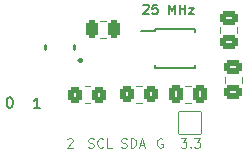
<source format=gbr>
%TF.GenerationSoftware,KiCad,Pcbnew,9.0.3*%
%TF.CreationDate,2025-07-23T07:55:48+05:30*%
%TF.ProjectId,Adafruit Si5351A,41646166-7275-4697-9420-536935333531,rev?*%
%TF.SameCoordinates,Original*%
%TF.FileFunction,Legend,Top*%
%TF.FilePolarity,Positive*%
%FSLAX46Y46*%
G04 Gerber Fmt 4.6, Leading zero omitted, Abs format (unit mm)*
G04 Created by KiCad (PCBNEW 9.0.3) date 2025-07-23 07:55:48*
%MOMM*%
%LPD*%
G01*
G04 APERTURE LIST*
G04 Aperture macros list*
%AMRoundRect*
0 Rectangle with rounded corners*
0 $1 Rounding radius*
0 $2 $3 $4 $5 $6 $7 $8 $9 X,Y pos of 4 corners*
0 Add a 4 corners polygon primitive as box body*
4,1,4,$2,$3,$4,$5,$6,$7,$8,$9,$2,$3,0*
0 Add four circle primitives for the rounded corners*
1,1,$1+$1,$2,$3*
1,1,$1+$1,$4,$5*
1,1,$1+$1,$6,$7*
1,1,$1+$1,$8,$9*
0 Add four rect primitives between the rounded corners*
20,1,$1+$1,$2,$3,$4,$5,0*
20,1,$1+$1,$4,$5,$6,$7,0*
20,1,$1+$1,$6,$7,$8,$9,0*
20,1,$1+$1,$8,$9,$2,$3,0*%
G04 Aperture macros list end*
%ADD10C,0.120000*%
%ADD11C,0.152400*%
%ADD12C,0.160000*%
%ADD13C,0.250000*%
%ADD14C,0.150000*%
%ADD15RoundRect,0.250000X-0.475000X0.337500X-0.475000X-0.337500X0.475000X-0.337500X0.475000X0.337500X0*%
%ADD16RoundRect,0.250000X-0.350000X-0.450000X0.350000X-0.450000X0.350000X0.450000X-0.350000X0.450000X0*%
%ADD17RoundRect,0.250000X0.350000X0.450000X-0.350000X0.450000X-0.350000X-0.450000X0.350000X-0.450000X0*%
%ADD18RoundRect,0.050800X-0.965200X0.965200X-0.965200X-0.965200X0.965200X-0.965200X0.965200X0.965200X0*%
%ADD19C,2.032000*%
%ADD20RoundRect,0.250000X-0.337500X-0.475000X0.337500X-0.475000X0.337500X0.475000X-0.337500X0.475000X0*%
%ADD21RoundRect,0.250000X0.475000X-0.337500X0.475000X0.337500X-0.475000X0.337500X-0.475000X-0.337500X0*%
%ADD22R,1.200000X1.400000*%
%ADD23RoundRect,0.250000X-0.250000X-0.475000X0.250000X-0.475000X0.250000X0.475000X-0.250000X0.475000X0*%
%ADD24R,1.400000X0.300000*%
G04 APERTURE END LIST*
D10*
X14309523Y-15001950D02*
X14233333Y-14963855D01*
X14233333Y-14963855D02*
X14119047Y-14963855D01*
X14119047Y-14963855D02*
X14004761Y-15001950D01*
X14004761Y-15001950D02*
X13928571Y-15078140D01*
X13928571Y-15078140D02*
X13890476Y-15154331D01*
X13890476Y-15154331D02*
X13852380Y-15306712D01*
X13852380Y-15306712D02*
X13852380Y-15420998D01*
X13852380Y-15420998D02*
X13890476Y-15573379D01*
X13890476Y-15573379D02*
X13928571Y-15649569D01*
X13928571Y-15649569D02*
X14004761Y-15725760D01*
X14004761Y-15725760D02*
X14119047Y-15763855D01*
X14119047Y-15763855D02*
X14195238Y-15763855D01*
X14195238Y-15763855D02*
X14309523Y-15725760D01*
X14309523Y-15725760D02*
X14347619Y-15687664D01*
X14347619Y-15687664D02*
X14347619Y-15420998D01*
X14347619Y-15420998D02*
X14195238Y-15420998D01*
D11*
X1353963Y-11514409D02*
X1436210Y-11514409D01*
X1436210Y-11514409D02*
X1518458Y-11555533D01*
X1518458Y-11555533D02*
X1559582Y-11596657D01*
X1559582Y-11596657D02*
X1600706Y-11678905D01*
X1600706Y-11678905D02*
X1641829Y-11843400D01*
X1641829Y-11843400D02*
X1641829Y-12049019D01*
X1641829Y-12049019D02*
X1600706Y-12213514D01*
X1600706Y-12213514D02*
X1559582Y-12295762D01*
X1559582Y-12295762D02*
X1518458Y-12336886D01*
X1518458Y-12336886D02*
X1436210Y-12378009D01*
X1436210Y-12378009D02*
X1353963Y-12378009D01*
X1353963Y-12378009D02*
X1271715Y-12336886D01*
X1271715Y-12336886D02*
X1230591Y-12295762D01*
X1230591Y-12295762D02*
X1189468Y-12213514D01*
X1189468Y-12213514D02*
X1148344Y-12049019D01*
X1148344Y-12049019D02*
X1148344Y-11843400D01*
X1148344Y-11843400D02*
X1189468Y-11678905D01*
X1189468Y-11678905D02*
X1230591Y-11596657D01*
X1230591Y-11596657D02*
X1271715Y-11555533D01*
X1271715Y-11555533D02*
X1353963Y-11514409D01*
D10*
X8047618Y-15725760D02*
X8161904Y-15763855D01*
X8161904Y-15763855D02*
X8352380Y-15763855D01*
X8352380Y-15763855D02*
X8428571Y-15725760D01*
X8428571Y-15725760D02*
X8466666Y-15687664D01*
X8466666Y-15687664D02*
X8504761Y-15611474D01*
X8504761Y-15611474D02*
X8504761Y-15535283D01*
X8504761Y-15535283D02*
X8466666Y-15459093D01*
X8466666Y-15459093D02*
X8428571Y-15420998D01*
X8428571Y-15420998D02*
X8352380Y-15382902D01*
X8352380Y-15382902D02*
X8199999Y-15344807D01*
X8199999Y-15344807D02*
X8123809Y-15306712D01*
X8123809Y-15306712D02*
X8085714Y-15268617D01*
X8085714Y-15268617D02*
X8047618Y-15192426D01*
X8047618Y-15192426D02*
X8047618Y-15116236D01*
X8047618Y-15116236D02*
X8085714Y-15040045D01*
X8085714Y-15040045D02*
X8123809Y-15001950D01*
X8123809Y-15001950D02*
X8199999Y-14963855D01*
X8199999Y-14963855D02*
X8390476Y-14963855D01*
X8390476Y-14963855D02*
X8504761Y-15001950D01*
X9304762Y-15687664D02*
X9266666Y-15725760D01*
X9266666Y-15725760D02*
X9152381Y-15763855D01*
X9152381Y-15763855D02*
X9076190Y-15763855D01*
X9076190Y-15763855D02*
X8961904Y-15725760D01*
X8961904Y-15725760D02*
X8885714Y-15649569D01*
X8885714Y-15649569D02*
X8847619Y-15573379D01*
X8847619Y-15573379D02*
X8809523Y-15420998D01*
X8809523Y-15420998D02*
X8809523Y-15306712D01*
X8809523Y-15306712D02*
X8847619Y-15154331D01*
X8847619Y-15154331D02*
X8885714Y-15078140D01*
X8885714Y-15078140D02*
X8961904Y-15001950D01*
X8961904Y-15001950D02*
X9076190Y-14963855D01*
X9076190Y-14963855D02*
X9152381Y-14963855D01*
X9152381Y-14963855D02*
X9266666Y-15001950D01*
X9266666Y-15001950D02*
X9304762Y-15040045D01*
X10028571Y-15763855D02*
X9647619Y-15763855D01*
X9647619Y-15763855D02*
X9647619Y-14963855D01*
X6271428Y-15040045D02*
X6309524Y-15001950D01*
X6309524Y-15001950D02*
X6385714Y-14963855D01*
X6385714Y-14963855D02*
X6576190Y-14963855D01*
X6576190Y-14963855D02*
X6652381Y-15001950D01*
X6652381Y-15001950D02*
X6690476Y-15040045D01*
X6690476Y-15040045D02*
X6728571Y-15116236D01*
X6728571Y-15116236D02*
X6728571Y-15192426D01*
X6728571Y-15192426D02*
X6690476Y-15306712D01*
X6690476Y-15306712D02*
X6233333Y-15763855D01*
X6233333Y-15763855D02*
X6728571Y-15763855D01*
X10828571Y-15725760D02*
X10942857Y-15763855D01*
X10942857Y-15763855D02*
X11133333Y-15763855D01*
X11133333Y-15763855D02*
X11209524Y-15725760D01*
X11209524Y-15725760D02*
X11247619Y-15687664D01*
X11247619Y-15687664D02*
X11285714Y-15611474D01*
X11285714Y-15611474D02*
X11285714Y-15535283D01*
X11285714Y-15535283D02*
X11247619Y-15459093D01*
X11247619Y-15459093D02*
X11209524Y-15420998D01*
X11209524Y-15420998D02*
X11133333Y-15382902D01*
X11133333Y-15382902D02*
X10980952Y-15344807D01*
X10980952Y-15344807D02*
X10904762Y-15306712D01*
X10904762Y-15306712D02*
X10866667Y-15268617D01*
X10866667Y-15268617D02*
X10828571Y-15192426D01*
X10828571Y-15192426D02*
X10828571Y-15116236D01*
X10828571Y-15116236D02*
X10866667Y-15040045D01*
X10866667Y-15040045D02*
X10904762Y-15001950D01*
X10904762Y-15001950D02*
X10980952Y-14963855D01*
X10980952Y-14963855D02*
X11171429Y-14963855D01*
X11171429Y-14963855D02*
X11285714Y-15001950D01*
X11628572Y-15763855D02*
X11628572Y-14963855D01*
X11628572Y-14963855D02*
X11819048Y-14963855D01*
X11819048Y-14963855D02*
X11933334Y-15001950D01*
X11933334Y-15001950D02*
X12009524Y-15078140D01*
X12009524Y-15078140D02*
X12047619Y-15154331D01*
X12047619Y-15154331D02*
X12085715Y-15306712D01*
X12085715Y-15306712D02*
X12085715Y-15420998D01*
X12085715Y-15420998D02*
X12047619Y-15573379D01*
X12047619Y-15573379D02*
X12009524Y-15649569D01*
X12009524Y-15649569D02*
X11933334Y-15725760D01*
X11933334Y-15725760D02*
X11819048Y-15763855D01*
X11819048Y-15763855D02*
X11628572Y-15763855D01*
X12390476Y-15535283D02*
X12771429Y-15535283D01*
X12314286Y-15763855D02*
X12580953Y-14963855D01*
X12580953Y-14963855D02*
X12847619Y-15763855D01*
D11*
X3973429Y-12395809D02*
X3479944Y-12395809D01*
X3726687Y-12395809D02*
X3726687Y-11532209D01*
X3726687Y-11532209D02*
X3644439Y-11655581D01*
X3644439Y-11655581D02*
X3562191Y-11737828D01*
X3562191Y-11737828D02*
X3479944Y-11778952D01*
D10*
X15861904Y-14963855D02*
X16357142Y-14963855D01*
X16357142Y-14963855D02*
X16090476Y-15268617D01*
X16090476Y-15268617D02*
X16204761Y-15268617D01*
X16204761Y-15268617D02*
X16280952Y-15306712D01*
X16280952Y-15306712D02*
X16319047Y-15344807D01*
X16319047Y-15344807D02*
X16357142Y-15420998D01*
X16357142Y-15420998D02*
X16357142Y-15611474D01*
X16357142Y-15611474D02*
X16319047Y-15687664D01*
X16319047Y-15687664D02*
X16280952Y-15725760D01*
X16280952Y-15725760D02*
X16204761Y-15763855D01*
X16204761Y-15763855D02*
X15976190Y-15763855D01*
X15976190Y-15763855D02*
X15899999Y-15725760D01*
X15899999Y-15725760D02*
X15861904Y-15687664D01*
X16700000Y-15687664D02*
X16738095Y-15725760D01*
X16738095Y-15725760D02*
X16700000Y-15763855D01*
X16700000Y-15763855D02*
X16661904Y-15725760D01*
X16661904Y-15725760D02*
X16700000Y-15687664D01*
X16700000Y-15687664D02*
X16700000Y-15763855D01*
X17004761Y-14963855D02*
X17499999Y-14963855D01*
X17499999Y-14963855D02*
X17233333Y-15268617D01*
X17233333Y-15268617D02*
X17347618Y-15268617D01*
X17347618Y-15268617D02*
X17423809Y-15306712D01*
X17423809Y-15306712D02*
X17461904Y-15344807D01*
X17461904Y-15344807D02*
X17499999Y-15420998D01*
X17499999Y-15420998D02*
X17499999Y-15611474D01*
X17499999Y-15611474D02*
X17461904Y-15687664D01*
X17461904Y-15687664D02*
X17423809Y-15725760D01*
X17423809Y-15725760D02*
X17347618Y-15763855D01*
X17347618Y-15763855D02*
X17119047Y-15763855D01*
X17119047Y-15763855D02*
X17042856Y-15725760D01*
X17042856Y-15725760D02*
X17004761Y-15687664D01*
D12*
X12707643Y-3719965D02*
X12745739Y-3681870D01*
X12745739Y-3681870D02*
X12821929Y-3643775D01*
X12821929Y-3643775D02*
X13012405Y-3643775D01*
X13012405Y-3643775D02*
X13088596Y-3681870D01*
X13088596Y-3681870D02*
X13126691Y-3719965D01*
X13126691Y-3719965D02*
X13164786Y-3796156D01*
X13164786Y-3796156D02*
X13164786Y-3872346D01*
X13164786Y-3872346D02*
X13126691Y-3986632D01*
X13126691Y-3986632D02*
X12669548Y-4443775D01*
X12669548Y-4443775D02*
X13164786Y-4443775D01*
X13888596Y-3643775D02*
X13507644Y-3643775D01*
X13507644Y-3643775D02*
X13469548Y-4024727D01*
X13469548Y-4024727D02*
X13507644Y-3986632D01*
X13507644Y-3986632D02*
X13583834Y-3948537D01*
X13583834Y-3948537D02*
X13774310Y-3948537D01*
X13774310Y-3948537D02*
X13850501Y-3986632D01*
X13850501Y-3986632D02*
X13888596Y-4024727D01*
X13888596Y-4024727D02*
X13926691Y-4100918D01*
X13926691Y-4100918D02*
X13926691Y-4291394D01*
X13926691Y-4291394D02*
X13888596Y-4367584D01*
X13888596Y-4367584D02*
X13850501Y-4405680D01*
X13850501Y-4405680D02*
X13774310Y-4443775D01*
X13774310Y-4443775D02*
X13583834Y-4443775D01*
X13583834Y-4443775D02*
X13507644Y-4405680D01*
X13507644Y-4405680D02*
X13469548Y-4367584D01*
X14879073Y-4443775D02*
X14879073Y-3643775D01*
X14879073Y-3643775D02*
X15145739Y-4215203D01*
X15145739Y-4215203D02*
X15412406Y-3643775D01*
X15412406Y-3643775D02*
X15412406Y-4443775D01*
X15793359Y-4443775D02*
X15793359Y-3643775D01*
X15793359Y-4024727D02*
X16250502Y-4024727D01*
X16250502Y-4443775D02*
X16250502Y-3643775D01*
X16555263Y-3910441D02*
X16974311Y-3910441D01*
X16974311Y-3910441D02*
X16555263Y-4443775D01*
X16555263Y-4443775D02*
X16974311Y-4443775D01*
D10*
%TO.C,C3*%
X19591687Y-9742964D02*
X19591687Y-10265468D01*
X21061687Y-9742964D02*
X21061687Y-10265468D01*
%TO.C,R4*%
X12124623Y-10519216D02*
X12578751Y-10519216D01*
X12124623Y-11989216D02*
X12578751Y-11989216D01*
%TO.C,R3*%
X8184751Y-10540216D02*
X7730623Y-10540216D01*
X8184751Y-12010216D02*
X7730623Y-12010216D01*
%TO.C,C1*%
X16245435Y-10519216D02*
X16767939Y-10519216D01*
X16245435Y-11989216D02*
X16767939Y-11989216D01*
%TO.C,C4*%
X19191687Y-6065468D02*
X19191687Y-5542964D01*
X20661687Y-6065468D02*
X20661687Y-5542964D01*
D13*
%TO.C,Y1*%
X4346687Y-7411716D02*
X4346687Y-7071716D01*
X6846687Y-7411716D02*
X6846687Y-7071716D01*
X7506687Y-8381716D02*
G75*
G02*
X7246687Y-8381716I-130000J0D01*
G01*
X7246687Y-8381716D02*
G75*
G02*
X7506687Y-8381716I130000J0D01*
G01*
D10*
%TO.C,C2*%
X9045435Y-4999216D02*
X9567939Y-4999216D01*
X9045435Y-6469216D02*
X9567939Y-6469216D01*
D14*
%TO.C,U1*%
X13731687Y-5679216D02*
X13731687Y-5904216D01*
X13731687Y-5679216D02*
X17081687Y-5679216D01*
X13731687Y-5904216D02*
X12506687Y-5904216D01*
X13731687Y-9029216D02*
X13731687Y-8729216D01*
X13731687Y-9029216D02*
X17081687Y-9029216D01*
X17081687Y-5679216D02*
X17081687Y-5979216D01*
X17081687Y-9029216D02*
X17081687Y-8729216D01*
%TD*%
%LPC*%
D15*
%TO.C,C3*%
X20326687Y-8966716D03*
X20326687Y-11041716D03*
%TD*%
D16*
%TO.C,R4*%
X11351687Y-11254216D03*
X13351687Y-11254216D03*
%TD*%
D17*
%TO.C,R3*%
X8957687Y-11275216D03*
X6957687Y-11275216D03*
%TD*%
D18*
%TO.C,JP1*%
X16647787Y-13662816D03*
D19*
X14107787Y-13662816D03*
X11567787Y-13662816D03*
X9027787Y-13662816D03*
X6487787Y-13662816D03*
X3947787Y-13662816D03*
X1407787Y-13662816D03*
%TD*%
D20*
%TO.C,C1*%
X15469187Y-11254216D03*
X17544187Y-11254216D03*
%TD*%
D21*
%TO.C,C4*%
X19926687Y-6841716D03*
X19926687Y-4766716D03*
%TD*%
D22*
%TO.C,Y1*%
X6396687Y-8341716D03*
X6396687Y-6141716D03*
X4796687Y-6141716D03*
X4796687Y-8341716D03*
%TD*%
D23*
%TO.C,C2*%
X8356687Y-5734216D03*
X10256687Y-5734216D03*
%TD*%
D24*
%TO.C,U1*%
X13206687Y-6354216D03*
X13206687Y-6854216D03*
X13206687Y-7354216D03*
X13206687Y-7854216D03*
X13206687Y-8354216D03*
X17606687Y-8354216D03*
X17606687Y-7854216D03*
X17606687Y-7354216D03*
X17606687Y-6854216D03*
X17606687Y-6354216D03*
%TD*%
%LPD*%
M02*

</source>
